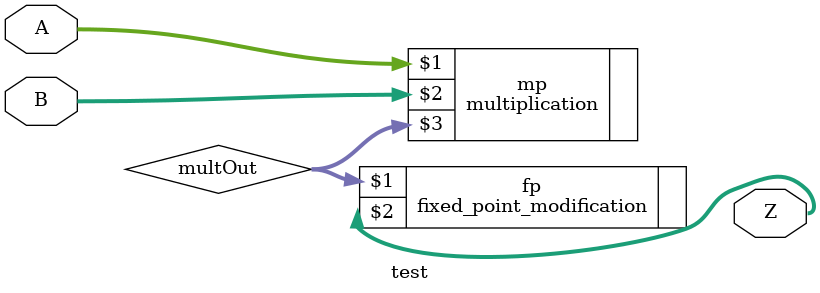
<source format=v>
module test (A, B, Z);
	input signed [15:0] A, B;
	output signed [15:0] Z;
	wire signed [31:0] multOut;
	
	multiplication mp(A, B, multOut);
	fixed_point_modification fp(multOut, Z);
	
endmodule
</source>
